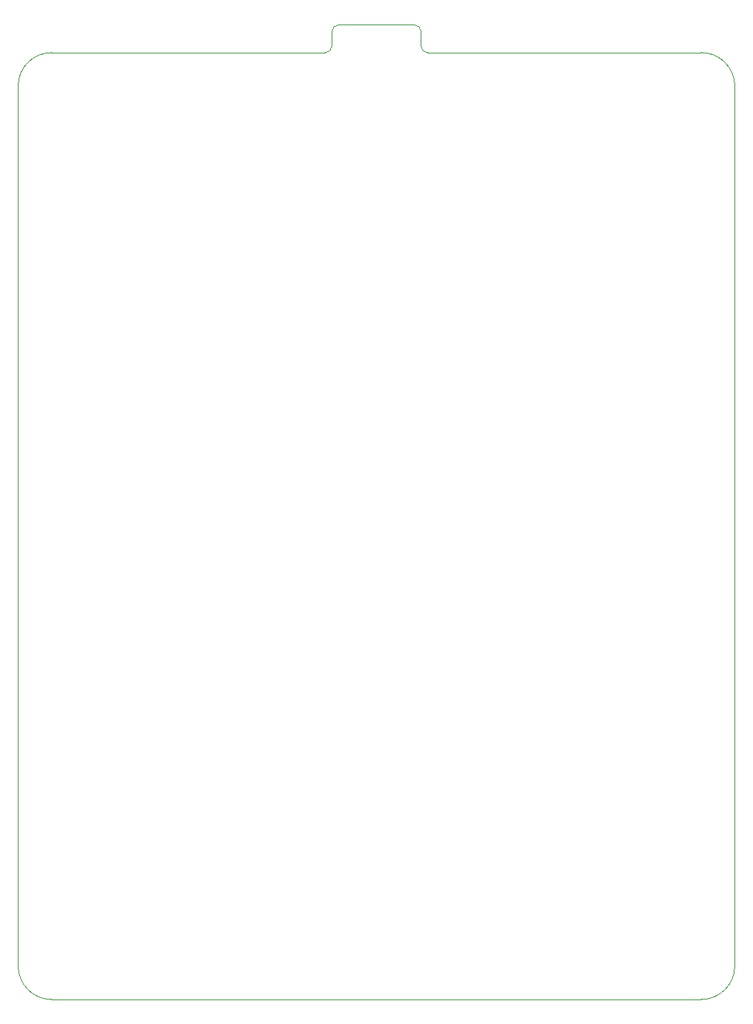
<source format=gbr>
G04 #@! TF.GenerationSoftware,KiCad,Pcbnew,(5.1.4)-1*
G04 #@! TF.CreationDate,2022-02-13T22:58:11-05:00*
G04 #@! TF.ProjectId,INT-1,494e542d-312e-46b6-9963-61645f706362,rev?*
G04 #@! TF.SameCoordinates,Original*
G04 #@! TF.FileFunction,Profile,NP*
%FSLAX46Y46*%
G04 Gerber Fmt 4.6, Leading zero omitted, Abs format (unit mm)*
G04 Created by KiCad (PCBNEW (5.1.4)-1) date 2022-02-13 22:58:11*
%MOMM*%
%LPD*%
G04 APERTURE LIST*
%ADD10C,0.050000*%
G04 APERTURE END LIST*
D10*
X157226000Y-35687000D02*
X157226000Y-36576000D01*
X147066000Y-35687000D02*
X147066000Y-36576000D01*
X157988000Y-38100000D02*
X189230000Y-38100000D01*
X157226000Y-36576000D02*
X157226000Y-37338000D01*
X147828000Y-34925000D02*
X156464000Y-34925000D01*
X146304000Y-38100000D02*
X115062000Y-38100000D01*
X147066000Y-37338000D02*
X147066000Y-36576000D01*
X147066000Y-37338000D02*
G75*
G02X146304000Y-38100000I-762000J0D01*
G01*
X147066000Y-35687000D02*
G75*
G02X147828000Y-34925000I762000J0D01*
G01*
X156464000Y-34925000D02*
G75*
G02X157226000Y-35687000I0J-762000D01*
G01*
X157988000Y-38100000D02*
G75*
G02X157226000Y-37338000I0J762000D01*
G01*
X193040000Y-142240000D02*
X193040000Y-44450000D01*
X115062000Y-146050000D02*
X189230000Y-146050000D01*
X111252000Y-41910000D02*
X111252000Y-142240000D01*
X193040000Y-41910000D02*
X193040000Y-44450000D01*
X189230000Y-38100000D02*
G75*
G02X193040000Y-41910000I0J-3810000D01*
G01*
X111252000Y-41910000D02*
G75*
G02X115062000Y-38100000I3810000J0D01*
G01*
X115062000Y-146050000D02*
G75*
G02X111252000Y-142240000I0J3810000D01*
G01*
X193040000Y-142240000D02*
G75*
G02X189230000Y-146050000I-3810000J0D01*
G01*
M02*

</source>
